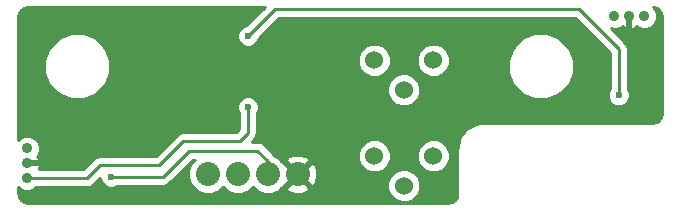
<source format=gbr>
G04 #@! TF.FileFunction,Copper,L2,Bot,Signal*
%FSLAX46Y46*%
G04 Gerber Fmt 4.6, Leading zero omitted, Abs format (unit mm)*
G04 Created by KiCad (PCBNEW 4.0.2-stable) date 1/4/2018 10:10:38 PM*
%MOMM*%
G01*
G04 APERTURE LIST*
%ADD10C,0.100000*%
%ADD11C,1.524000*%
%ADD12C,2.032000*%
%ADD13C,0.900000*%
%ADD14C,0.600000*%
%ADD15C,0.508000*%
%ADD16C,0.254000*%
G04 APERTURE END LIST*
D10*
D11*
X155400000Y-108850000D03*
X152900000Y-106350000D03*
X157900000Y-106350000D03*
D12*
X146410000Y-107900000D03*
X143870000Y-107900000D03*
X141330000Y-107900000D03*
X138790000Y-107900000D03*
D13*
X123500000Y-106980000D03*
X123500000Y-105710000D03*
X123500000Y-108250000D03*
X174500000Y-94500000D03*
X175770000Y-94500000D03*
X173230000Y-94500000D03*
D11*
X155400000Y-100750000D03*
X152900000Y-98250000D03*
X157900000Y-98250000D03*
D14*
X132050000Y-104200000D03*
X139100000Y-96700000D03*
X132900000Y-106300000D03*
X133100000Y-98300000D03*
X133100000Y-100300000D03*
X152300000Y-108300000D03*
X146000000Y-103900000D03*
X152200000Y-101200000D03*
X175641000Y-101219000D03*
X130462000Y-105892000D03*
X142200000Y-96200000D03*
X173600000Y-101200000D03*
X130600000Y-108100000D03*
X142200000Y-102200000D03*
D15*
X146000000Y-103900000D02*
X146100000Y-103900000D01*
X123500000Y-106980000D02*
X124633000Y-106980000D01*
X124633000Y-106980000D02*
X124714000Y-107061000D01*
X174500000Y-94500000D02*
X174500000Y-95883000D01*
X174500000Y-95883000D02*
X174498000Y-95885000D01*
X130462000Y-105892000D02*
X130462000Y-105765000D01*
D16*
X144500000Y-93900000D02*
X142200000Y-96200000D01*
X170200000Y-93900000D02*
X144500000Y-93900000D01*
X173600000Y-97300000D02*
X170200000Y-93900000D01*
X173600000Y-101200000D02*
X173600000Y-97300000D01*
X143870000Y-106770000D02*
X143870000Y-107900000D01*
X143000000Y-105900000D02*
X143870000Y-106770000D01*
X137200000Y-105900000D02*
X143000000Y-105900000D01*
X135000000Y-108100000D02*
X137200000Y-105900000D01*
X130600000Y-108100000D02*
X135000000Y-108100000D01*
X123500000Y-108250000D02*
X128550000Y-108250000D01*
X142200000Y-104400000D02*
X142200000Y-102200000D01*
X141500000Y-105100000D02*
X142200000Y-104400000D01*
X136700000Y-105100000D02*
X141500000Y-105100000D01*
X134700000Y-107100000D02*
X136700000Y-105100000D01*
X131200000Y-107100000D02*
X134700000Y-107100000D01*
X131200000Y-107100000D02*
X131200000Y-107100000D01*
X129700000Y-107100000D02*
X131200000Y-107100000D01*
X128550000Y-108250000D02*
X129700000Y-107100000D01*
X173230000Y-94500000D02*
X172986000Y-94500000D01*
G36*
X142057495Y-95264875D02*
X142014833Y-95264838D01*
X141671057Y-95406883D01*
X141407808Y-95669673D01*
X141265162Y-96013201D01*
X141264838Y-96385167D01*
X141406883Y-96728943D01*
X141669673Y-96992192D01*
X142013201Y-97134838D01*
X142385167Y-97135162D01*
X142728943Y-96993117D01*
X142992192Y-96730327D01*
X143134838Y-96386799D01*
X143134876Y-96342754D01*
X144815631Y-94662000D01*
X169884370Y-94662000D01*
X172838000Y-97615630D01*
X172838000Y-100639534D01*
X172807808Y-100669673D01*
X172665162Y-101013201D01*
X172664838Y-101385167D01*
X172806883Y-101728943D01*
X173069673Y-101992192D01*
X173413201Y-102134838D01*
X173785167Y-102135162D01*
X174128943Y-101993117D01*
X174392192Y-101730327D01*
X174534838Y-101386799D01*
X174535162Y-101014833D01*
X174393117Y-100671057D01*
X174362000Y-100639886D01*
X174362000Y-97300000D01*
X174303996Y-97008395D01*
X174138815Y-96761185D01*
X172926374Y-95548744D01*
X173013233Y-95584811D01*
X173444873Y-95585188D01*
X173843800Y-95420354D01*
X173936740Y-95327576D01*
X173956803Y-95463712D01*
X174366948Y-95598226D01*
X174797349Y-95565546D01*
X175043197Y-95463712D01*
X175063232Y-95327760D01*
X175154595Y-95419282D01*
X175553233Y-95584811D01*
X175984873Y-95585188D01*
X176383800Y-95420354D01*
X176689282Y-95115405D01*
X176854811Y-94716767D01*
X176855188Y-94285127D01*
X176690354Y-93886200D01*
X176535370Y-93730945D01*
X176796996Y-93782986D01*
X177048780Y-93951223D01*
X177217014Y-94203003D01*
X177290000Y-94569927D01*
X177290000Y-102680073D01*
X177217014Y-103046997D01*
X177048780Y-103298777D01*
X176796996Y-103467014D01*
X176430073Y-103540000D01*
X162150000Y-103540000D01*
X162081413Y-103553643D01*
X162011486Y-103553643D01*
X161437460Y-103667824D01*
X161369428Y-103696004D01*
X161181520Y-103773837D01*
X160694885Y-104098997D01*
X160498997Y-104294885D01*
X160173838Y-104781520D01*
X160067824Y-105037460D01*
X159953643Y-105611485D01*
X159953643Y-105681413D01*
X159940000Y-105750000D01*
X159940000Y-109430073D01*
X159867014Y-109796997D01*
X159698780Y-110048777D01*
X159446996Y-110217014D01*
X159080073Y-110290000D01*
X123569927Y-110290000D01*
X123203003Y-110217014D01*
X122951223Y-110048780D01*
X122782986Y-109796996D01*
X122710000Y-109430073D01*
X122710000Y-108994382D01*
X122884595Y-109169282D01*
X123283233Y-109334811D01*
X123714873Y-109335188D01*
X124113800Y-109170354D01*
X124272431Y-109012000D01*
X128550000Y-109012000D01*
X128841605Y-108953996D01*
X129088815Y-108788815D01*
X129664901Y-108212729D01*
X129664838Y-108285167D01*
X129806883Y-108628943D01*
X130069673Y-108892192D01*
X130413201Y-109034838D01*
X130785167Y-109035162D01*
X131128943Y-108893117D01*
X131160114Y-108862000D01*
X135000000Y-108862000D01*
X135291605Y-108803996D01*
X135538815Y-108638815D01*
X137515630Y-106662000D01*
X137693255Y-106662000D01*
X137391166Y-106963563D01*
X137139287Y-107570155D01*
X137138714Y-108226963D01*
X137389534Y-108833995D01*
X137853563Y-109298834D01*
X138460155Y-109550713D01*
X139116963Y-109551286D01*
X139723995Y-109300466D01*
X140060179Y-108964868D01*
X140393563Y-109298834D01*
X141000155Y-109550713D01*
X141656963Y-109551286D01*
X142263995Y-109300466D01*
X142600179Y-108964868D01*
X142933563Y-109298834D01*
X143540155Y-109550713D01*
X144196963Y-109551286D01*
X144803995Y-109300466D01*
X145040766Y-109064107D01*
X145425498Y-109064107D01*
X145526120Y-109332622D01*
X146141642Y-109561816D01*
X146798019Y-109538014D01*
X147293880Y-109332622D01*
X147371060Y-109126661D01*
X154002758Y-109126661D01*
X154214990Y-109640303D01*
X154607630Y-110033629D01*
X155120900Y-110246757D01*
X155676661Y-110247242D01*
X156190303Y-110035010D01*
X156583629Y-109642370D01*
X156796757Y-109129100D01*
X156797242Y-108573339D01*
X156585010Y-108059697D01*
X156192370Y-107666371D01*
X155679100Y-107453243D01*
X155123339Y-107452758D01*
X154609697Y-107664990D01*
X154216371Y-108057630D01*
X154003243Y-108570900D01*
X154002758Y-109126661D01*
X147371060Y-109126661D01*
X147394502Y-109064107D01*
X146410000Y-108079605D01*
X145425498Y-109064107D01*
X145040766Y-109064107D01*
X145227565Y-108877634D01*
X145245893Y-108884502D01*
X146230395Y-107900000D01*
X146589605Y-107900000D01*
X147574107Y-108884502D01*
X147842622Y-108783880D01*
X148071816Y-108168358D01*
X148048014Y-107511981D01*
X147842622Y-107016120D01*
X147574107Y-106915498D01*
X146589605Y-107900000D01*
X146230395Y-107900000D01*
X145245893Y-106915498D01*
X145227083Y-106922547D01*
X145040755Y-106735893D01*
X145425498Y-106735893D01*
X146410000Y-107720395D01*
X147394502Y-106735893D01*
X147353569Y-106626661D01*
X151502758Y-106626661D01*
X151714990Y-107140303D01*
X152107630Y-107533629D01*
X152620900Y-107746757D01*
X153176661Y-107747242D01*
X153690303Y-107535010D01*
X154083629Y-107142370D01*
X154296757Y-106629100D01*
X154296759Y-106626661D01*
X156502758Y-106626661D01*
X156714990Y-107140303D01*
X157107630Y-107533629D01*
X157620900Y-107746757D01*
X158176661Y-107747242D01*
X158690303Y-107535010D01*
X159083629Y-107142370D01*
X159296757Y-106629100D01*
X159297242Y-106073339D01*
X159085010Y-105559697D01*
X158692370Y-105166371D01*
X158179100Y-104953243D01*
X157623339Y-104952758D01*
X157109697Y-105164990D01*
X156716371Y-105557630D01*
X156503243Y-106070900D01*
X156502758Y-106626661D01*
X154296759Y-106626661D01*
X154297242Y-106073339D01*
X154085010Y-105559697D01*
X153692370Y-105166371D01*
X153179100Y-104953243D01*
X152623339Y-104952758D01*
X152109697Y-105164990D01*
X151716371Y-105557630D01*
X151503243Y-106070900D01*
X151502758Y-106626661D01*
X147353569Y-106626661D01*
X147293880Y-106467378D01*
X146678358Y-106238184D01*
X146021981Y-106261986D01*
X145526120Y-106467378D01*
X145425498Y-106735893D01*
X145040755Y-106735893D01*
X144806437Y-106501166D01*
X144505798Y-106376330D01*
X144481753Y-106340344D01*
X144408816Y-106231185D01*
X143538815Y-105361185D01*
X143291605Y-105196004D01*
X143000000Y-105138000D01*
X142539631Y-105138000D01*
X142738815Y-104938816D01*
X142903996Y-104691605D01*
X142925075Y-104585632D01*
X142962000Y-104400000D01*
X142962000Y-102760466D01*
X142992192Y-102730327D01*
X143134838Y-102386799D01*
X143135162Y-102014833D01*
X142993117Y-101671057D01*
X142730327Y-101407808D01*
X142386799Y-101265162D01*
X142014833Y-101264838D01*
X141671057Y-101406883D01*
X141407808Y-101669673D01*
X141265162Y-102013201D01*
X141264838Y-102385167D01*
X141406883Y-102728943D01*
X141438000Y-102760114D01*
X141438000Y-104084369D01*
X141184370Y-104338000D01*
X136700000Y-104338000D01*
X136446050Y-104388514D01*
X136408395Y-104396004D01*
X136161185Y-104561185D01*
X134384370Y-106338000D01*
X129700000Y-106338000D01*
X129408396Y-106396003D01*
X129161185Y-106561184D01*
X128234370Y-107488000D01*
X124475255Y-107488000D01*
X124598226Y-107113052D01*
X124565546Y-106682651D01*
X124463712Y-106436803D01*
X124327760Y-106416768D01*
X124419282Y-106325405D01*
X124584811Y-105926767D01*
X124585188Y-105495127D01*
X124420354Y-105096200D01*
X124115405Y-104790718D01*
X123716767Y-104625189D01*
X123285127Y-104624812D01*
X122886200Y-104789646D01*
X122710000Y-104965539D01*
X122710000Y-99301540D01*
X124964518Y-99301540D01*
X125387616Y-100325515D01*
X126170365Y-101109631D01*
X127193599Y-101534515D01*
X128301540Y-101535482D01*
X129325515Y-101112384D01*
X129411387Y-101026661D01*
X154002758Y-101026661D01*
X154214990Y-101540303D01*
X154607630Y-101933629D01*
X155120900Y-102146757D01*
X155676661Y-102147242D01*
X156190303Y-101935010D01*
X156583629Y-101542370D01*
X156796757Y-101029100D01*
X156797242Y-100473339D01*
X156585010Y-99959697D01*
X156192370Y-99566371D01*
X155679100Y-99353243D01*
X155123339Y-99352758D01*
X154609697Y-99564990D01*
X154216371Y-99957630D01*
X154003243Y-100470900D01*
X154002758Y-101026661D01*
X129411387Y-101026661D01*
X130109631Y-100329635D01*
X130534515Y-99306401D01*
X130535195Y-98526661D01*
X151502758Y-98526661D01*
X151714990Y-99040303D01*
X152107630Y-99433629D01*
X152620900Y-99646757D01*
X153176661Y-99647242D01*
X153690303Y-99435010D01*
X154083629Y-99042370D01*
X154296757Y-98529100D01*
X154296759Y-98526661D01*
X156502758Y-98526661D01*
X156714990Y-99040303D01*
X157107630Y-99433629D01*
X157620900Y-99646757D01*
X158176661Y-99647242D01*
X158690303Y-99435010D01*
X158824006Y-99301540D01*
X164214518Y-99301540D01*
X164637616Y-100325515D01*
X165420365Y-101109631D01*
X166443599Y-101534515D01*
X167551540Y-101535482D01*
X168575515Y-101112384D01*
X169359631Y-100329635D01*
X169784515Y-99306401D01*
X169785482Y-98198460D01*
X169362384Y-97174485D01*
X168579635Y-96390369D01*
X167556401Y-95965485D01*
X166448460Y-95964518D01*
X165424485Y-96387616D01*
X164640369Y-97170365D01*
X164215485Y-98193599D01*
X164214518Y-99301540D01*
X158824006Y-99301540D01*
X159083629Y-99042370D01*
X159296757Y-98529100D01*
X159297242Y-97973339D01*
X159085010Y-97459697D01*
X158692370Y-97066371D01*
X158179100Y-96853243D01*
X157623339Y-96852758D01*
X157109697Y-97064990D01*
X156716371Y-97457630D01*
X156503243Y-97970900D01*
X156502758Y-98526661D01*
X154296759Y-98526661D01*
X154297242Y-97973339D01*
X154085010Y-97459697D01*
X153692370Y-97066371D01*
X153179100Y-96853243D01*
X152623339Y-96852758D01*
X152109697Y-97064990D01*
X151716371Y-97457630D01*
X151503243Y-97970900D01*
X151502758Y-98526661D01*
X130535195Y-98526661D01*
X130535482Y-98198460D01*
X130112384Y-97174485D01*
X129329635Y-96390369D01*
X128306401Y-95965485D01*
X127198460Y-95964518D01*
X126174485Y-96387616D01*
X125390369Y-97170365D01*
X124965485Y-98193599D01*
X124964518Y-99301540D01*
X122710000Y-99301540D01*
X122710000Y-94569927D01*
X122782986Y-94203004D01*
X122951223Y-93951220D01*
X123203003Y-93782986D01*
X123569927Y-93710000D01*
X143612369Y-93710000D01*
X142057495Y-95264875D01*
X142057495Y-95264875D01*
G37*
X142057495Y-95264875D02*
X142014833Y-95264838D01*
X141671057Y-95406883D01*
X141407808Y-95669673D01*
X141265162Y-96013201D01*
X141264838Y-96385167D01*
X141406883Y-96728943D01*
X141669673Y-96992192D01*
X142013201Y-97134838D01*
X142385167Y-97135162D01*
X142728943Y-96993117D01*
X142992192Y-96730327D01*
X143134838Y-96386799D01*
X143134876Y-96342754D01*
X144815631Y-94662000D01*
X169884370Y-94662000D01*
X172838000Y-97615630D01*
X172838000Y-100639534D01*
X172807808Y-100669673D01*
X172665162Y-101013201D01*
X172664838Y-101385167D01*
X172806883Y-101728943D01*
X173069673Y-101992192D01*
X173413201Y-102134838D01*
X173785167Y-102135162D01*
X174128943Y-101993117D01*
X174392192Y-101730327D01*
X174534838Y-101386799D01*
X174535162Y-101014833D01*
X174393117Y-100671057D01*
X174362000Y-100639886D01*
X174362000Y-97300000D01*
X174303996Y-97008395D01*
X174138815Y-96761185D01*
X172926374Y-95548744D01*
X173013233Y-95584811D01*
X173444873Y-95585188D01*
X173843800Y-95420354D01*
X173936740Y-95327576D01*
X173956803Y-95463712D01*
X174366948Y-95598226D01*
X174797349Y-95565546D01*
X175043197Y-95463712D01*
X175063232Y-95327760D01*
X175154595Y-95419282D01*
X175553233Y-95584811D01*
X175984873Y-95585188D01*
X176383800Y-95420354D01*
X176689282Y-95115405D01*
X176854811Y-94716767D01*
X176855188Y-94285127D01*
X176690354Y-93886200D01*
X176535370Y-93730945D01*
X176796996Y-93782986D01*
X177048780Y-93951223D01*
X177217014Y-94203003D01*
X177290000Y-94569927D01*
X177290000Y-102680073D01*
X177217014Y-103046997D01*
X177048780Y-103298777D01*
X176796996Y-103467014D01*
X176430073Y-103540000D01*
X162150000Y-103540000D01*
X162081413Y-103553643D01*
X162011486Y-103553643D01*
X161437460Y-103667824D01*
X161369428Y-103696004D01*
X161181520Y-103773837D01*
X160694885Y-104098997D01*
X160498997Y-104294885D01*
X160173838Y-104781520D01*
X160067824Y-105037460D01*
X159953643Y-105611485D01*
X159953643Y-105681413D01*
X159940000Y-105750000D01*
X159940000Y-109430073D01*
X159867014Y-109796997D01*
X159698780Y-110048777D01*
X159446996Y-110217014D01*
X159080073Y-110290000D01*
X123569927Y-110290000D01*
X123203003Y-110217014D01*
X122951223Y-110048780D01*
X122782986Y-109796996D01*
X122710000Y-109430073D01*
X122710000Y-108994382D01*
X122884595Y-109169282D01*
X123283233Y-109334811D01*
X123714873Y-109335188D01*
X124113800Y-109170354D01*
X124272431Y-109012000D01*
X128550000Y-109012000D01*
X128841605Y-108953996D01*
X129088815Y-108788815D01*
X129664901Y-108212729D01*
X129664838Y-108285167D01*
X129806883Y-108628943D01*
X130069673Y-108892192D01*
X130413201Y-109034838D01*
X130785167Y-109035162D01*
X131128943Y-108893117D01*
X131160114Y-108862000D01*
X135000000Y-108862000D01*
X135291605Y-108803996D01*
X135538815Y-108638815D01*
X137515630Y-106662000D01*
X137693255Y-106662000D01*
X137391166Y-106963563D01*
X137139287Y-107570155D01*
X137138714Y-108226963D01*
X137389534Y-108833995D01*
X137853563Y-109298834D01*
X138460155Y-109550713D01*
X139116963Y-109551286D01*
X139723995Y-109300466D01*
X140060179Y-108964868D01*
X140393563Y-109298834D01*
X141000155Y-109550713D01*
X141656963Y-109551286D01*
X142263995Y-109300466D01*
X142600179Y-108964868D01*
X142933563Y-109298834D01*
X143540155Y-109550713D01*
X144196963Y-109551286D01*
X144803995Y-109300466D01*
X145040766Y-109064107D01*
X145425498Y-109064107D01*
X145526120Y-109332622D01*
X146141642Y-109561816D01*
X146798019Y-109538014D01*
X147293880Y-109332622D01*
X147371060Y-109126661D01*
X154002758Y-109126661D01*
X154214990Y-109640303D01*
X154607630Y-110033629D01*
X155120900Y-110246757D01*
X155676661Y-110247242D01*
X156190303Y-110035010D01*
X156583629Y-109642370D01*
X156796757Y-109129100D01*
X156797242Y-108573339D01*
X156585010Y-108059697D01*
X156192370Y-107666371D01*
X155679100Y-107453243D01*
X155123339Y-107452758D01*
X154609697Y-107664990D01*
X154216371Y-108057630D01*
X154003243Y-108570900D01*
X154002758Y-109126661D01*
X147371060Y-109126661D01*
X147394502Y-109064107D01*
X146410000Y-108079605D01*
X145425498Y-109064107D01*
X145040766Y-109064107D01*
X145227565Y-108877634D01*
X145245893Y-108884502D01*
X146230395Y-107900000D01*
X146589605Y-107900000D01*
X147574107Y-108884502D01*
X147842622Y-108783880D01*
X148071816Y-108168358D01*
X148048014Y-107511981D01*
X147842622Y-107016120D01*
X147574107Y-106915498D01*
X146589605Y-107900000D01*
X146230395Y-107900000D01*
X145245893Y-106915498D01*
X145227083Y-106922547D01*
X145040755Y-106735893D01*
X145425498Y-106735893D01*
X146410000Y-107720395D01*
X147394502Y-106735893D01*
X147353569Y-106626661D01*
X151502758Y-106626661D01*
X151714990Y-107140303D01*
X152107630Y-107533629D01*
X152620900Y-107746757D01*
X153176661Y-107747242D01*
X153690303Y-107535010D01*
X154083629Y-107142370D01*
X154296757Y-106629100D01*
X154296759Y-106626661D01*
X156502758Y-106626661D01*
X156714990Y-107140303D01*
X157107630Y-107533629D01*
X157620900Y-107746757D01*
X158176661Y-107747242D01*
X158690303Y-107535010D01*
X159083629Y-107142370D01*
X159296757Y-106629100D01*
X159297242Y-106073339D01*
X159085010Y-105559697D01*
X158692370Y-105166371D01*
X158179100Y-104953243D01*
X157623339Y-104952758D01*
X157109697Y-105164990D01*
X156716371Y-105557630D01*
X156503243Y-106070900D01*
X156502758Y-106626661D01*
X154296759Y-106626661D01*
X154297242Y-106073339D01*
X154085010Y-105559697D01*
X153692370Y-105166371D01*
X153179100Y-104953243D01*
X152623339Y-104952758D01*
X152109697Y-105164990D01*
X151716371Y-105557630D01*
X151503243Y-106070900D01*
X151502758Y-106626661D01*
X147353569Y-106626661D01*
X147293880Y-106467378D01*
X146678358Y-106238184D01*
X146021981Y-106261986D01*
X145526120Y-106467378D01*
X145425498Y-106735893D01*
X145040755Y-106735893D01*
X144806437Y-106501166D01*
X144505798Y-106376330D01*
X144481753Y-106340344D01*
X144408816Y-106231185D01*
X143538815Y-105361185D01*
X143291605Y-105196004D01*
X143000000Y-105138000D01*
X142539631Y-105138000D01*
X142738815Y-104938816D01*
X142903996Y-104691605D01*
X142925075Y-104585632D01*
X142962000Y-104400000D01*
X142962000Y-102760466D01*
X142992192Y-102730327D01*
X143134838Y-102386799D01*
X143135162Y-102014833D01*
X142993117Y-101671057D01*
X142730327Y-101407808D01*
X142386799Y-101265162D01*
X142014833Y-101264838D01*
X141671057Y-101406883D01*
X141407808Y-101669673D01*
X141265162Y-102013201D01*
X141264838Y-102385167D01*
X141406883Y-102728943D01*
X141438000Y-102760114D01*
X141438000Y-104084369D01*
X141184370Y-104338000D01*
X136700000Y-104338000D01*
X136446050Y-104388514D01*
X136408395Y-104396004D01*
X136161185Y-104561185D01*
X134384370Y-106338000D01*
X129700000Y-106338000D01*
X129408396Y-106396003D01*
X129161185Y-106561184D01*
X128234370Y-107488000D01*
X124475255Y-107488000D01*
X124598226Y-107113052D01*
X124565546Y-106682651D01*
X124463712Y-106436803D01*
X124327760Y-106416768D01*
X124419282Y-106325405D01*
X124584811Y-105926767D01*
X124585188Y-105495127D01*
X124420354Y-105096200D01*
X124115405Y-104790718D01*
X123716767Y-104625189D01*
X123285127Y-104624812D01*
X122886200Y-104789646D01*
X122710000Y-104965539D01*
X122710000Y-99301540D01*
X124964518Y-99301540D01*
X125387616Y-100325515D01*
X126170365Y-101109631D01*
X127193599Y-101534515D01*
X128301540Y-101535482D01*
X129325515Y-101112384D01*
X129411387Y-101026661D01*
X154002758Y-101026661D01*
X154214990Y-101540303D01*
X154607630Y-101933629D01*
X155120900Y-102146757D01*
X155676661Y-102147242D01*
X156190303Y-101935010D01*
X156583629Y-101542370D01*
X156796757Y-101029100D01*
X156797242Y-100473339D01*
X156585010Y-99959697D01*
X156192370Y-99566371D01*
X155679100Y-99353243D01*
X155123339Y-99352758D01*
X154609697Y-99564990D01*
X154216371Y-99957630D01*
X154003243Y-100470900D01*
X154002758Y-101026661D01*
X129411387Y-101026661D01*
X130109631Y-100329635D01*
X130534515Y-99306401D01*
X130535195Y-98526661D01*
X151502758Y-98526661D01*
X151714990Y-99040303D01*
X152107630Y-99433629D01*
X152620900Y-99646757D01*
X153176661Y-99647242D01*
X153690303Y-99435010D01*
X154083629Y-99042370D01*
X154296757Y-98529100D01*
X154296759Y-98526661D01*
X156502758Y-98526661D01*
X156714990Y-99040303D01*
X157107630Y-99433629D01*
X157620900Y-99646757D01*
X158176661Y-99647242D01*
X158690303Y-99435010D01*
X158824006Y-99301540D01*
X164214518Y-99301540D01*
X164637616Y-100325515D01*
X165420365Y-101109631D01*
X166443599Y-101534515D01*
X167551540Y-101535482D01*
X168575515Y-101112384D01*
X169359631Y-100329635D01*
X169784515Y-99306401D01*
X169785482Y-98198460D01*
X169362384Y-97174485D01*
X168579635Y-96390369D01*
X167556401Y-95965485D01*
X166448460Y-95964518D01*
X165424485Y-96387616D01*
X164640369Y-97170365D01*
X164215485Y-98193599D01*
X164214518Y-99301540D01*
X158824006Y-99301540D01*
X159083629Y-99042370D01*
X159296757Y-98529100D01*
X159297242Y-97973339D01*
X159085010Y-97459697D01*
X158692370Y-97066371D01*
X158179100Y-96853243D01*
X157623339Y-96852758D01*
X157109697Y-97064990D01*
X156716371Y-97457630D01*
X156503243Y-97970900D01*
X156502758Y-98526661D01*
X154296759Y-98526661D01*
X154297242Y-97973339D01*
X154085010Y-97459697D01*
X153692370Y-97066371D01*
X153179100Y-96853243D01*
X152623339Y-96852758D01*
X152109697Y-97064990D01*
X151716371Y-97457630D01*
X151503243Y-97970900D01*
X151502758Y-98526661D01*
X130535195Y-98526661D01*
X130535482Y-98198460D01*
X130112384Y-97174485D01*
X129329635Y-96390369D01*
X128306401Y-95965485D01*
X127198460Y-95964518D01*
X126174485Y-96387616D01*
X125390369Y-97170365D01*
X124965485Y-98193599D01*
X124964518Y-99301540D01*
X122710000Y-99301540D01*
X122710000Y-94569927D01*
X122782986Y-94203004D01*
X122951223Y-93951220D01*
X123203003Y-93782986D01*
X123569927Y-93710000D01*
X143612369Y-93710000D01*
X142057495Y-95264875D01*
G36*
X123494601Y-106794996D02*
X123500000Y-106800395D01*
X123505390Y-106795005D01*
X123522910Y-106795020D01*
X123693748Y-106965858D01*
X123679605Y-106980000D01*
X123693748Y-106994143D01*
X123522871Y-107165019D01*
X123505399Y-107165004D01*
X123500000Y-107159605D01*
X123494610Y-107164995D01*
X123477090Y-107164980D01*
X123306253Y-106994143D01*
X123320395Y-106980000D01*
X123306253Y-106965858D01*
X123477129Y-106794981D01*
X123494601Y-106794996D01*
X123494601Y-106794996D01*
G37*
X123494601Y-106794996D02*
X123500000Y-106800395D01*
X123505390Y-106795005D01*
X123522910Y-106795020D01*
X123693748Y-106965858D01*
X123679605Y-106980000D01*
X123693748Y-106994143D01*
X123522871Y-107165019D01*
X123505399Y-107165004D01*
X123500000Y-107159605D01*
X123494610Y-107164995D01*
X123477090Y-107164980D01*
X123306253Y-106994143D01*
X123320395Y-106980000D01*
X123306253Y-106965858D01*
X123477129Y-106794981D01*
X123494601Y-106794996D01*
G36*
X174685019Y-94477129D02*
X174685004Y-94494601D01*
X174679605Y-94500000D01*
X174684995Y-94505390D01*
X174684980Y-94522910D01*
X174514143Y-94693748D01*
X174500000Y-94679605D01*
X174485858Y-94693748D01*
X174314981Y-94522871D01*
X174314996Y-94505399D01*
X174320395Y-94500000D01*
X174315005Y-94494610D01*
X174315020Y-94477090D01*
X174485858Y-94306253D01*
X174500000Y-94320395D01*
X174514143Y-94306253D01*
X174685019Y-94477129D01*
X174685019Y-94477129D01*
G37*
X174685019Y-94477129D02*
X174685004Y-94494601D01*
X174679605Y-94500000D01*
X174684995Y-94505390D01*
X174684980Y-94522910D01*
X174514143Y-94693748D01*
X174500000Y-94679605D01*
X174485858Y-94693748D01*
X174314981Y-94522871D01*
X174314996Y-94505399D01*
X174320395Y-94500000D01*
X174315005Y-94494610D01*
X174315020Y-94477090D01*
X174485858Y-94306253D01*
X174500000Y-94320395D01*
X174514143Y-94306253D01*
X174685019Y-94477129D01*
M02*

</source>
